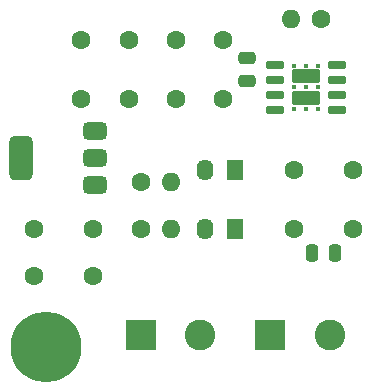
<source format=gbs>
%TF.GenerationSoftware,KiCad,Pcbnew,8.0.5*%
%TF.CreationDate,2024-10-31T22:01:25+08:00*%
%TF.ProjectId,AMS1117_TP4056_Lithium_battery_charging,414d5331-3131-4375-9f54-50343035365f,rev?*%
%TF.SameCoordinates,Original*%
%TF.FileFunction,Soldermask,Bot*%
%TF.FilePolarity,Negative*%
%FSLAX46Y46*%
G04 Gerber Fmt 4.6, Leading zero omitted, Abs format (unit mm)*
G04 Created by KiCad (PCBNEW 8.0.5) date 2024-10-31 22:01:25*
%MOMM*%
%LPD*%
G01*
G04 APERTURE LIST*
G04 Aperture macros list*
%AMRoundRect*
0 Rectangle with rounded corners*
0 $1 Rounding radius*
0 $2 $3 $4 $5 $6 $7 $8 $9 X,Y pos of 4 corners*
0 Add a 4 corners polygon primitive as box body*
4,1,4,$2,$3,$4,$5,$6,$7,$8,$9,$2,$3,0*
0 Add four circle primitives for the rounded corners*
1,1,$1+$1,$2,$3*
1,1,$1+$1,$4,$5*
1,1,$1+$1,$6,$7*
1,1,$1+$1,$8,$9*
0 Add four rect primitives between the rounded corners*
20,1,$1+$1,$2,$3,$4,$5,0*
20,1,$1+$1,$4,$5,$6,$7,0*
20,1,$1+$1,$6,$7,$8,$9,0*
20,1,$1+$1,$8,$9,$2,$3,0*%
G04 Aperture macros list end*
%ADD10R,1.400000X1.800000*%
%ADD11O,1.400000X1.800000*%
%ADD12C,1.600000*%
%ADD13O,1.600000X1.600000*%
%ADD14R,2.600000X2.600000*%
%ADD15C,2.600000*%
%ADD16C,6.000000*%
%ADD17RoundRect,0.375000X0.625000X0.375000X-0.625000X0.375000X-0.625000X-0.375000X0.625000X-0.375000X0*%
%ADD18RoundRect,0.500000X0.500000X1.400000X-0.500000X1.400000X-0.500000X-1.400000X0.500000X-1.400000X0*%
%ADD19RoundRect,0.250000X-0.475000X0.250000X-0.475000X-0.250000X0.475000X-0.250000X0.475000X0.250000X0*%
%ADD20RoundRect,0.250000X0.250000X0.475000X-0.250000X0.475000X-0.250000X-0.475000X0.250000X-0.475000X0*%
%ADD21RoundRect,0.250000X-0.950000X-0.375000X0.950000X-0.375000X0.950000X0.375000X-0.950000X0.375000X0*%
%ADD22RoundRect,0.150000X-0.650000X-0.150000X0.650000X-0.150000X0.650000X0.150000X-0.650000X0.150000X0*%
%ADD23C,0.400000*%
G04 APERTURE END LIST*
D10*
%TO.C,LED1*%
X116000000Y-120000000D03*
D11*
X113460000Y-120000000D03*
%TD*%
D12*
%TO.C,R1*%
X123245000Y-102200000D03*
D13*
X120705000Y-102200000D03*
%TD*%
D14*
%TO.C,P2*%
X108000000Y-129000000D03*
D15*
X113000000Y-129000000D03*
%TD*%
D12*
%TO.C,C1*%
X126000000Y-115000000D03*
X121000000Y-115000000D03*
%TD*%
%TO.C,C9*%
X103000000Y-104000000D03*
X103000000Y-109000000D03*
%TD*%
%TO.C,C8*%
X104000000Y-120000000D03*
X99000000Y-120000000D03*
%TD*%
D16*
%TO.C,H1*%
X100000000Y-130000000D03*
%TD*%
D12*
%TO.C,C5*%
X115000000Y-104000000D03*
X115000000Y-109000000D03*
%TD*%
%TO.C,R2*%
X108000000Y-120000000D03*
D13*
X110540000Y-120000000D03*
%TD*%
D12*
%TO.C,C10*%
X107000000Y-104000000D03*
X107000000Y-109000000D03*
%TD*%
D14*
%TO.C,P1*%
X119000000Y-129000000D03*
D15*
X124000000Y-129000000D03*
%TD*%
D12*
%TO.C,C2*%
X126000000Y-120000000D03*
X121000000Y-120000000D03*
%TD*%
%TO.C,C4*%
X111000000Y-104000000D03*
X111000000Y-109000000D03*
%TD*%
%TO.C,R5*%
X108000000Y-116000000D03*
D13*
X110540000Y-116000000D03*
%TD*%
D12*
%TO.C,C7*%
X104000000Y-124000000D03*
X99000000Y-124000000D03*
%TD*%
D10*
%TO.C,LED2*%
X116000000Y-115000000D03*
D11*
X113460000Y-115000000D03*
%TD*%
D17*
%TO.C,U2*%
X104150000Y-111700000D03*
X104150000Y-114000000D03*
D18*
X97850000Y-114000000D03*
D17*
X104150000Y-116300000D03*
%TD*%
D19*
%TO.C,C6*%
X117000000Y-105550000D03*
X117000000Y-107450000D03*
%TD*%
D20*
%TO.C,C3*%
X124450000Y-122000000D03*
X122550000Y-122000000D03*
%TD*%
D21*
%TO.C,U1*%
X122000000Y-107075000D03*
X122000000Y-108925000D03*
D22*
X119350000Y-109905000D03*
X119350000Y-108635000D03*
X119350000Y-107365000D03*
X119350000Y-106095000D03*
X124650000Y-106095000D03*
X124650000Y-107365000D03*
X124650000Y-108635000D03*
X124650000Y-109905000D03*
D23*
X121000000Y-106150000D03*
X121000000Y-108000000D03*
X121000000Y-109850000D03*
X122000000Y-106150000D03*
X122000000Y-108000000D03*
X122000000Y-109850000D03*
X123000000Y-106150000D03*
X123000000Y-108000000D03*
X123000000Y-109850000D03*
%TD*%
M02*

</source>
